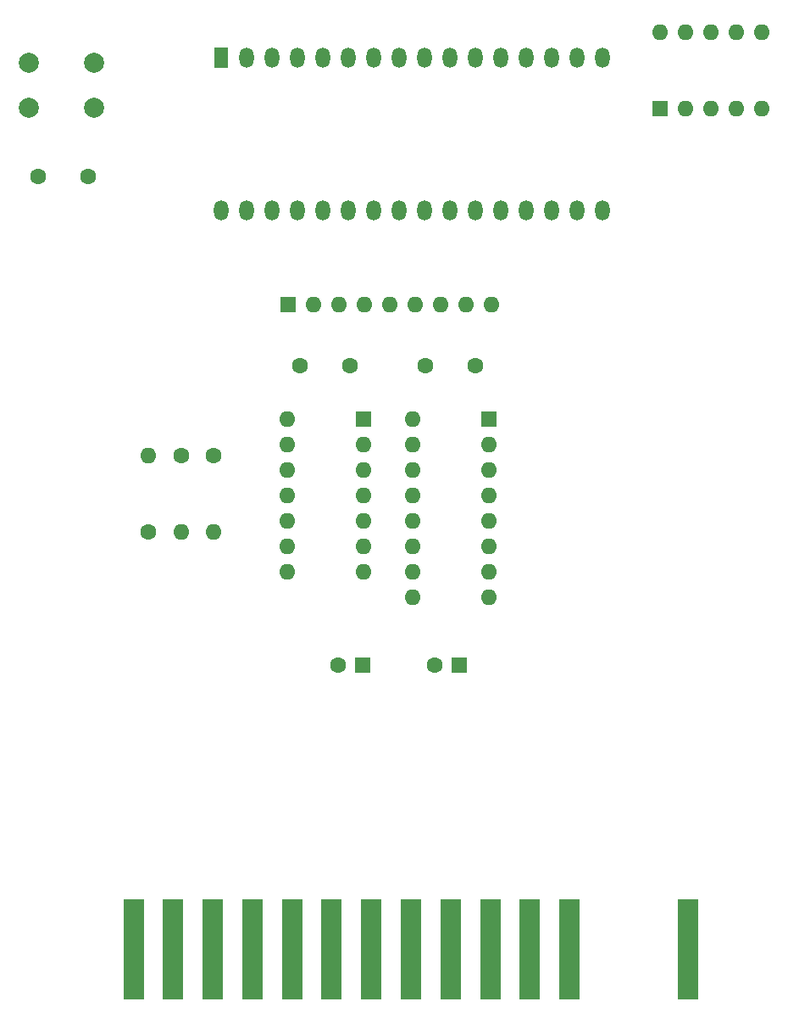
<source format=gbr>
G04 #@! TF.GenerationSoftware,KiCad,Pcbnew,7.0.10*
G04 #@! TF.CreationDate,2024-01-02T22:15:01+01:00*
G04 #@! TF.ProjectId,p2000t-multicartridge-zif,70323030-3074-42d6-9d75-6c7469636172,rev?*
G04 #@! TF.SameCoordinates,Original*
G04 #@! TF.FileFunction,Soldermask,Top*
G04 #@! TF.FilePolarity,Negative*
%FSLAX46Y46*%
G04 Gerber Fmt 4.6, Leading zero omitted, Abs format (unit mm)*
G04 Created by KiCad (PCBNEW 7.0.10) date 2024-01-02 22:15:01*
%MOMM*%
%LPD*%
G01*
G04 APERTURE LIST*
%ADD10C,2.000000*%
%ADD11R,1.600000X1.600000*%
%ADD12O,1.600000X1.600000*%
%ADD13C,1.600000*%
%ADD14R,2.000000X10.000000*%
%ADD15R,1.440000X2.000000*%
%ADD16O,1.440000X2.000000*%
G04 APERTURE END LIST*
D10*
X44997000Y-50695000D03*
X51497000Y-50695000D03*
X44997000Y-55195000D03*
X51497000Y-55195000D03*
D11*
X108077000Y-55245000D03*
D12*
X110617000Y-55245000D03*
X113157000Y-55245000D03*
X115697000Y-55245000D03*
X118237000Y-55245000D03*
X118237000Y-47625000D03*
X115697000Y-47625000D03*
X113157000Y-47625000D03*
X110617000Y-47625000D03*
X108077000Y-47625000D03*
D11*
X78421000Y-86237000D03*
D12*
X78421000Y-88777000D03*
X78421000Y-91317000D03*
X78421000Y-93857000D03*
X78421000Y-96397000D03*
X78421000Y-98937000D03*
X78421000Y-101477000D03*
X70801000Y-101477000D03*
X70801000Y-98937000D03*
X70801000Y-96397000D03*
X70801000Y-93857000D03*
X70801000Y-91317000D03*
X70801000Y-88777000D03*
X70801000Y-86237000D03*
D13*
X72071000Y-80903000D03*
X77071000Y-80903000D03*
X50947000Y-62045000D03*
X45947000Y-62045000D03*
D11*
X90947000Y-86245000D03*
D12*
X90947000Y-88785000D03*
X90947000Y-91325000D03*
X90947000Y-93865000D03*
X90947000Y-96405000D03*
X90947000Y-98945000D03*
X90947000Y-101485000D03*
X90947000Y-104025000D03*
X83327000Y-104025000D03*
X83327000Y-101485000D03*
X83327000Y-98945000D03*
X83327000Y-96405000D03*
X83327000Y-93865000D03*
X83327000Y-91325000D03*
X83327000Y-88785000D03*
X83327000Y-86245000D03*
D11*
X78397000Y-110845000D03*
D13*
X75897000Y-110845000D03*
X89597000Y-80945000D03*
X84597000Y-80945000D03*
X63447000Y-89935000D03*
D12*
X63447000Y-97555000D03*
D13*
X60197000Y-89935000D03*
D12*
X60197000Y-97555000D03*
D13*
X56897000Y-97525000D03*
D12*
X56897000Y-89905000D03*
D14*
X55465000Y-139192000D03*
X59425000Y-139192000D03*
X63385000Y-139192000D03*
X67345000Y-139192000D03*
X71305000Y-139192000D03*
X75265000Y-139192000D03*
X79225000Y-139192000D03*
X83185000Y-139192000D03*
X87145000Y-139192000D03*
X91105000Y-139192000D03*
X95065000Y-139192000D03*
X99025000Y-139192000D03*
X110905000Y-139192000D03*
D11*
X88043000Y-110803000D03*
D13*
X85543000Y-110803000D03*
D11*
X70872000Y-74845000D03*
D12*
X73412000Y-74845000D03*
X75952000Y-74845000D03*
X78492000Y-74845000D03*
X81032000Y-74845000D03*
X83572000Y-74845000D03*
X86112000Y-74845000D03*
X88652000Y-74845000D03*
X91192000Y-74845000D03*
D15*
X64207000Y-50152500D03*
D16*
X66747000Y-50152500D03*
X69287000Y-50152500D03*
X71827000Y-50152500D03*
X74367000Y-50152500D03*
X76907000Y-50152500D03*
X79447000Y-50152500D03*
X81987000Y-50152500D03*
X84527000Y-50152500D03*
X87067000Y-50152500D03*
X89607000Y-50152500D03*
X92147000Y-50152500D03*
X94687000Y-50152500D03*
X97227000Y-50152500D03*
X99767000Y-50152500D03*
X102307000Y-50152500D03*
X102307000Y-65392500D03*
X99767000Y-65392500D03*
X97227000Y-65392500D03*
X94687000Y-65392500D03*
X92147000Y-65392500D03*
X89607000Y-65392500D03*
X87067000Y-65392500D03*
X84527000Y-65392500D03*
X81987000Y-65392500D03*
X79447000Y-65392500D03*
X76907000Y-65392500D03*
X74367000Y-65392500D03*
X71827000Y-65392500D03*
X69287000Y-65392500D03*
X66747000Y-65392500D03*
X64207000Y-65392500D03*
M02*

</source>
